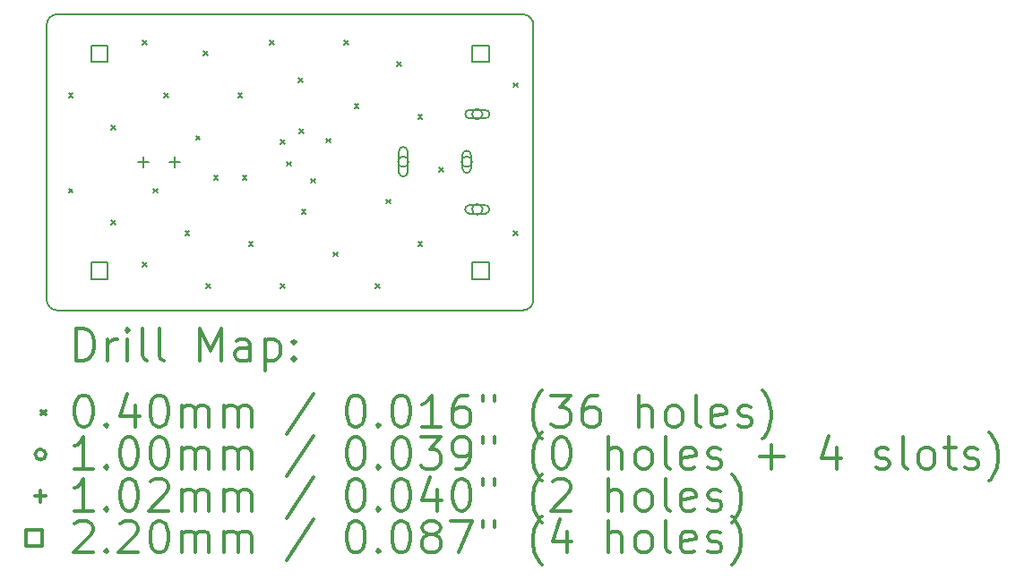
<source format=gbr>
%FSLAX45Y45*%
G04 Gerber Fmt 4.5, Leading zero omitted, Abs format (unit mm)*
G04 Created by KiCad (PCBNEW (5.1.6)-1) date 2022-05-27 14:19:13*
%MOMM*%
%LPD*%
G01*
G04 APERTURE LIST*
%TA.AperFunction,Profile*%
%ADD10C,0.150000*%
%TD*%
%ADD11C,0.200000*%
%ADD12C,0.300000*%
G04 APERTURE END LIST*
D10*
X12800000Y-7525000D02*
G75*
G02*
X12900000Y-7425000I100000J0D01*
G01*
X17300000Y-7425000D02*
G75*
G02*
X17400000Y-7525000I0J-100000D01*
G01*
X12900000Y-10225000D02*
G75*
G02*
X12800000Y-10125000I0J100000D01*
G01*
X17400000Y-10125000D02*
G75*
G02*
X17300000Y-10225000I-100000J0D01*
G01*
X17300000Y-7425000D02*
X12900000Y-7425000D01*
X17400000Y-10125000D02*
X17400000Y-7525000D01*
X12900000Y-10225000D02*
X17300000Y-10225000D01*
X12800000Y-7525000D02*
X12800000Y-10125000D01*
D11*
X13009167Y-8174250D02*
X13049167Y-8214250D01*
X13049167Y-8174250D02*
X13009167Y-8214250D01*
X13009167Y-9074250D02*
X13049167Y-9114250D01*
X13049167Y-9074250D02*
X13009167Y-9114250D01*
X13409167Y-8474250D02*
X13449167Y-8514250D01*
X13449167Y-8474250D02*
X13409167Y-8514250D01*
X13409167Y-9374250D02*
X13449167Y-9414250D01*
X13449167Y-9374250D02*
X13409167Y-9414250D01*
X13709167Y-7674250D02*
X13749167Y-7714250D01*
X13749167Y-7674250D02*
X13709167Y-7714250D01*
X13709167Y-9774250D02*
X13749167Y-9814250D01*
X13749167Y-9774250D02*
X13709167Y-9814250D01*
X13809167Y-9074250D02*
X13849167Y-9114250D01*
X13849167Y-9074250D02*
X13809167Y-9114250D01*
X13909167Y-8174250D02*
X13949167Y-8214250D01*
X13949167Y-8174250D02*
X13909167Y-8214250D01*
X14109167Y-9474250D02*
X14149167Y-9514250D01*
X14149167Y-9474250D02*
X14109167Y-9514250D01*
X14209167Y-8574250D02*
X14249167Y-8614250D01*
X14249167Y-8574250D02*
X14209167Y-8614250D01*
X14280000Y-7774250D02*
X14320000Y-7814250D01*
X14320000Y-7774250D02*
X14280000Y-7814250D01*
X14309167Y-9974250D02*
X14349167Y-10014250D01*
X14349167Y-9974250D02*
X14309167Y-10014250D01*
X14380000Y-8950000D02*
X14420000Y-8990000D01*
X14420000Y-8950000D02*
X14380000Y-8990000D01*
X14609167Y-8174250D02*
X14649167Y-8214250D01*
X14649167Y-8174250D02*
X14609167Y-8214250D01*
X14650000Y-8950000D02*
X14690000Y-8990000D01*
X14690000Y-8950000D02*
X14650000Y-8990000D01*
X14709167Y-9574250D02*
X14749167Y-9614250D01*
X14749167Y-9574250D02*
X14709167Y-9614250D01*
X14909167Y-7674250D02*
X14949167Y-7714250D01*
X14949167Y-7674250D02*
X14909167Y-7714250D01*
X15009167Y-9974250D02*
X15049167Y-10014250D01*
X15049167Y-9974250D02*
X15009167Y-10014250D01*
X15010000Y-8610000D02*
X15050000Y-8650000D01*
X15050000Y-8610000D02*
X15010000Y-8650000D01*
X15070000Y-8820000D02*
X15110000Y-8860000D01*
X15110000Y-8820000D02*
X15070000Y-8860000D01*
X15180000Y-8030000D02*
X15220000Y-8070000D01*
X15220000Y-8030000D02*
X15180000Y-8070000D01*
X15186500Y-8512500D02*
X15226500Y-8552500D01*
X15226500Y-8512500D02*
X15186500Y-8552500D01*
X15209167Y-9274250D02*
X15249167Y-9314250D01*
X15249167Y-9274250D02*
X15209167Y-9314250D01*
X15300000Y-8980000D02*
X15340000Y-9020000D01*
X15340000Y-8980000D02*
X15300000Y-9020000D01*
X15441000Y-8599000D02*
X15481000Y-8639000D01*
X15481000Y-8599000D02*
X15441000Y-8639000D01*
X15509167Y-9674250D02*
X15549167Y-9714250D01*
X15549167Y-9674250D02*
X15509167Y-9714250D01*
X15609167Y-7674250D02*
X15649167Y-7714250D01*
X15649167Y-7674250D02*
X15609167Y-7714250D01*
X15709167Y-8274250D02*
X15749167Y-8314250D01*
X15749167Y-8274250D02*
X15709167Y-8314250D01*
X15909167Y-9974250D02*
X15949167Y-10014250D01*
X15949167Y-9974250D02*
X15909167Y-10014250D01*
X16009167Y-9174250D02*
X16049167Y-9214250D01*
X16049167Y-9174250D02*
X16009167Y-9214250D01*
X16109167Y-7874250D02*
X16149167Y-7914250D01*
X16149167Y-7874250D02*
X16109167Y-7914250D01*
X16309167Y-8374250D02*
X16349167Y-8414250D01*
X16349167Y-8374250D02*
X16309167Y-8414250D01*
X16309167Y-9574250D02*
X16349167Y-9614250D01*
X16349167Y-9574250D02*
X16309167Y-9614250D01*
X16509167Y-8874250D02*
X16549167Y-8914250D01*
X16549167Y-8874250D02*
X16509167Y-8914250D01*
X17209167Y-8074250D02*
X17249167Y-8114250D01*
X17249167Y-8074250D02*
X17209167Y-8114250D01*
X17209167Y-9474250D02*
X17249167Y-9514250D01*
X17249167Y-9474250D02*
X17209167Y-9514250D01*
X16220000Y-8820000D02*
G75*
G03*
X16220000Y-8820000I-50000J0D01*
G01*
X16210000Y-8920000D02*
X16210000Y-8720000D01*
X16130000Y-8920000D02*
X16130000Y-8720000D01*
X16210000Y-8720000D02*
G75*
G03*
X16130000Y-8720000I-40000J0D01*
G01*
X16130000Y-8920000D02*
G75*
G03*
X16210000Y-8920000I40000J0D01*
G01*
X16820000Y-8820000D02*
G75*
G03*
X16820000Y-8820000I-50000J0D01*
G01*
X16810000Y-8885000D02*
X16810000Y-8755000D01*
X16730000Y-8885000D02*
X16730000Y-8755000D01*
X16810000Y-8755000D02*
G75*
G03*
X16730000Y-8755000I-40000J0D01*
G01*
X16730000Y-8885000D02*
G75*
G03*
X16810000Y-8885000I40000J0D01*
G01*
X16920000Y-8370000D02*
G75*
G03*
X16920000Y-8370000I-50000J0D01*
G01*
X16795000Y-8410000D02*
X16945000Y-8410000D01*
X16795000Y-8330000D02*
X16945000Y-8330000D01*
X16945000Y-8410000D02*
G75*
G03*
X16945000Y-8330000I0J40000D01*
G01*
X16795000Y-8330000D02*
G75*
G03*
X16795000Y-8410000I0J-40000D01*
G01*
X16920000Y-9270000D02*
G75*
G03*
X16920000Y-9270000I-50000J0D01*
G01*
X16795000Y-9310000D02*
X16945000Y-9310000D01*
X16795000Y-9230000D02*
X16945000Y-9230000D01*
X16945000Y-9310000D02*
G75*
G03*
X16945000Y-9230000I0J40000D01*
G01*
X16795000Y-9230000D02*
G75*
G03*
X16795000Y-9310000I0J-40000D01*
G01*
X13710000Y-8769000D02*
X13710000Y-8871000D01*
X13659000Y-8820000D02*
X13761000Y-8820000D01*
X14010000Y-8769000D02*
X14010000Y-8871000D01*
X13959000Y-8820000D02*
X14061000Y-8820000D01*
X16977783Y-7877782D02*
X16977783Y-7722217D01*
X16822218Y-7722217D01*
X16822218Y-7877782D01*
X16977783Y-7877782D01*
X16977783Y-9927783D02*
X16977783Y-9772218D01*
X16822218Y-9772218D01*
X16822218Y-9927783D01*
X16977783Y-9927783D01*
X13377782Y-7877782D02*
X13377782Y-7722217D01*
X13222217Y-7722217D01*
X13222217Y-7877782D01*
X13377782Y-7877782D01*
X13377782Y-9927783D02*
X13377782Y-9772218D01*
X13222217Y-9772218D01*
X13222217Y-9927783D01*
X13377782Y-9927783D01*
D12*
X13078928Y-10698214D02*
X13078928Y-10398214D01*
X13150357Y-10398214D01*
X13193214Y-10412500D01*
X13221786Y-10441072D01*
X13236071Y-10469643D01*
X13250357Y-10526786D01*
X13250357Y-10569643D01*
X13236071Y-10626786D01*
X13221786Y-10655357D01*
X13193214Y-10683929D01*
X13150357Y-10698214D01*
X13078928Y-10698214D01*
X13378928Y-10698214D02*
X13378928Y-10498214D01*
X13378928Y-10555357D02*
X13393214Y-10526786D01*
X13407500Y-10512500D01*
X13436071Y-10498214D01*
X13464643Y-10498214D01*
X13564643Y-10698214D02*
X13564643Y-10498214D01*
X13564643Y-10398214D02*
X13550357Y-10412500D01*
X13564643Y-10426786D01*
X13578928Y-10412500D01*
X13564643Y-10398214D01*
X13564643Y-10426786D01*
X13750357Y-10698214D02*
X13721786Y-10683929D01*
X13707500Y-10655357D01*
X13707500Y-10398214D01*
X13907500Y-10698214D02*
X13878928Y-10683929D01*
X13864643Y-10655357D01*
X13864643Y-10398214D01*
X14250357Y-10698214D02*
X14250357Y-10398214D01*
X14350357Y-10612500D01*
X14450357Y-10398214D01*
X14450357Y-10698214D01*
X14721786Y-10698214D02*
X14721786Y-10541072D01*
X14707500Y-10512500D01*
X14678928Y-10498214D01*
X14621786Y-10498214D01*
X14593214Y-10512500D01*
X14721786Y-10683929D02*
X14693214Y-10698214D01*
X14621786Y-10698214D01*
X14593214Y-10683929D01*
X14578928Y-10655357D01*
X14578928Y-10626786D01*
X14593214Y-10598214D01*
X14621786Y-10583929D01*
X14693214Y-10583929D01*
X14721786Y-10569643D01*
X14864643Y-10498214D02*
X14864643Y-10798214D01*
X14864643Y-10512500D02*
X14893214Y-10498214D01*
X14950357Y-10498214D01*
X14978928Y-10512500D01*
X14993214Y-10526786D01*
X15007500Y-10555357D01*
X15007500Y-10641072D01*
X14993214Y-10669643D01*
X14978928Y-10683929D01*
X14950357Y-10698214D01*
X14893214Y-10698214D01*
X14864643Y-10683929D01*
X15136071Y-10669643D02*
X15150357Y-10683929D01*
X15136071Y-10698214D01*
X15121786Y-10683929D01*
X15136071Y-10669643D01*
X15136071Y-10698214D01*
X15136071Y-10512500D02*
X15150357Y-10526786D01*
X15136071Y-10541072D01*
X15121786Y-10526786D01*
X15136071Y-10512500D01*
X15136071Y-10541072D01*
X12752500Y-11172500D02*
X12792500Y-11212500D01*
X12792500Y-11172500D02*
X12752500Y-11212500D01*
X13136071Y-11028214D02*
X13164643Y-11028214D01*
X13193214Y-11042500D01*
X13207500Y-11056786D01*
X13221786Y-11085357D01*
X13236071Y-11142500D01*
X13236071Y-11213929D01*
X13221786Y-11271071D01*
X13207500Y-11299643D01*
X13193214Y-11313929D01*
X13164643Y-11328214D01*
X13136071Y-11328214D01*
X13107500Y-11313929D01*
X13093214Y-11299643D01*
X13078928Y-11271071D01*
X13064643Y-11213929D01*
X13064643Y-11142500D01*
X13078928Y-11085357D01*
X13093214Y-11056786D01*
X13107500Y-11042500D01*
X13136071Y-11028214D01*
X13364643Y-11299643D02*
X13378928Y-11313929D01*
X13364643Y-11328214D01*
X13350357Y-11313929D01*
X13364643Y-11299643D01*
X13364643Y-11328214D01*
X13636071Y-11128214D02*
X13636071Y-11328214D01*
X13564643Y-11013929D02*
X13493214Y-11228214D01*
X13678928Y-11228214D01*
X13850357Y-11028214D02*
X13878928Y-11028214D01*
X13907500Y-11042500D01*
X13921786Y-11056786D01*
X13936071Y-11085357D01*
X13950357Y-11142500D01*
X13950357Y-11213929D01*
X13936071Y-11271071D01*
X13921786Y-11299643D01*
X13907500Y-11313929D01*
X13878928Y-11328214D01*
X13850357Y-11328214D01*
X13821786Y-11313929D01*
X13807500Y-11299643D01*
X13793214Y-11271071D01*
X13778928Y-11213929D01*
X13778928Y-11142500D01*
X13793214Y-11085357D01*
X13807500Y-11056786D01*
X13821786Y-11042500D01*
X13850357Y-11028214D01*
X14078928Y-11328214D02*
X14078928Y-11128214D01*
X14078928Y-11156786D02*
X14093214Y-11142500D01*
X14121786Y-11128214D01*
X14164643Y-11128214D01*
X14193214Y-11142500D01*
X14207500Y-11171072D01*
X14207500Y-11328214D01*
X14207500Y-11171072D02*
X14221786Y-11142500D01*
X14250357Y-11128214D01*
X14293214Y-11128214D01*
X14321786Y-11142500D01*
X14336071Y-11171072D01*
X14336071Y-11328214D01*
X14478928Y-11328214D02*
X14478928Y-11128214D01*
X14478928Y-11156786D02*
X14493214Y-11142500D01*
X14521786Y-11128214D01*
X14564643Y-11128214D01*
X14593214Y-11142500D01*
X14607500Y-11171072D01*
X14607500Y-11328214D01*
X14607500Y-11171072D02*
X14621786Y-11142500D01*
X14650357Y-11128214D01*
X14693214Y-11128214D01*
X14721786Y-11142500D01*
X14736071Y-11171072D01*
X14736071Y-11328214D01*
X15321786Y-11013929D02*
X15064643Y-11399643D01*
X15707500Y-11028214D02*
X15736071Y-11028214D01*
X15764643Y-11042500D01*
X15778928Y-11056786D01*
X15793214Y-11085357D01*
X15807500Y-11142500D01*
X15807500Y-11213929D01*
X15793214Y-11271071D01*
X15778928Y-11299643D01*
X15764643Y-11313929D01*
X15736071Y-11328214D01*
X15707500Y-11328214D01*
X15678928Y-11313929D01*
X15664643Y-11299643D01*
X15650357Y-11271071D01*
X15636071Y-11213929D01*
X15636071Y-11142500D01*
X15650357Y-11085357D01*
X15664643Y-11056786D01*
X15678928Y-11042500D01*
X15707500Y-11028214D01*
X15936071Y-11299643D02*
X15950357Y-11313929D01*
X15936071Y-11328214D01*
X15921786Y-11313929D01*
X15936071Y-11299643D01*
X15936071Y-11328214D01*
X16136071Y-11028214D02*
X16164643Y-11028214D01*
X16193214Y-11042500D01*
X16207500Y-11056786D01*
X16221786Y-11085357D01*
X16236071Y-11142500D01*
X16236071Y-11213929D01*
X16221786Y-11271071D01*
X16207500Y-11299643D01*
X16193214Y-11313929D01*
X16164643Y-11328214D01*
X16136071Y-11328214D01*
X16107500Y-11313929D01*
X16093214Y-11299643D01*
X16078928Y-11271071D01*
X16064643Y-11213929D01*
X16064643Y-11142500D01*
X16078928Y-11085357D01*
X16093214Y-11056786D01*
X16107500Y-11042500D01*
X16136071Y-11028214D01*
X16521786Y-11328214D02*
X16350357Y-11328214D01*
X16436071Y-11328214D02*
X16436071Y-11028214D01*
X16407500Y-11071072D01*
X16378928Y-11099643D01*
X16350357Y-11113929D01*
X16778928Y-11028214D02*
X16721786Y-11028214D01*
X16693214Y-11042500D01*
X16678928Y-11056786D01*
X16650357Y-11099643D01*
X16636071Y-11156786D01*
X16636071Y-11271071D01*
X16650357Y-11299643D01*
X16664643Y-11313929D01*
X16693214Y-11328214D01*
X16750357Y-11328214D01*
X16778928Y-11313929D01*
X16793214Y-11299643D01*
X16807500Y-11271071D01*
X16807500Y-11199643D01*
X16793214Y-11171072D01*
X16778928Y-11156786D01*
X16750357Y-11142500D01*
X16693214Y-11142500D01*
X16664643Y-11156786D01*
X16650357Y-11171072D01*
X16636071Y-11199643D01*
X16921786Y-11028214D02*
X16921786Y-11085357D01*
X17036071Y-11028214D02*
X17036071Y-11085357D01*
X17478928Y-11442500D02*
X17464643Y-11428214D01*
X17436071Y-11385357D01*
X17421786Y-11356786D01*
X17407500Y-11313929D01*
X17393214Y-11242500D01*
X17393214Y-11185357D01*
X17407500Y-11113929D01*
X17421786Y-11071072D01*
X17436071Y-11042500D01*
X17464643Y-10999643D01*
X17478928Y-10985357D01*
X17564643Y-11028214D02*
X17750357Y-11028214D01*
X17650357Y-11142500D01*
X17693214Y-11142500D01*
X17721786Y-11156786D01*
X17736071Y-11171072D01*
X17750357Y-11199643D01*
X17750357Y-11271071D01*
X17736071Y-11299643D01*
X17721786Y-11313929D01*
X17693214Y-11328214D01*
X17607500Y-11328214D01*
X17578928Y-11313929D01*
X17564643Y-11299643D01*
X18007500Y-11028214D02*
X17950357Y-11028214D01*
X17921786Y-11042500D01*
X17907500Y-11056786D01*
X17878928Y-11099643D01*
X17864643Y-11156786D01*
X17864643Y-11271071D01*
X17878928Y-11299643D01*
X17893214Y-11313929D01*
X17921786Y-11328214D01*
X17978928Y-11328214D01*
X18007500Y-11313929D01*
X18021786Y-11299643D01*
X18036071Y-11271071D01*
X18036071Y-11199643D01*
X18021786Y-11171072D01*
X18007500Y-11156786D01*
X17978928Y-11142500D01*
X17921786Y-11142500D01*
X17893214Y-11156786D01*
X17878928Y-11171072D01*
X17864643Y-11199643D01*
X18393214Y-11328214D02*
X18393214Y-11028214D01*
X18521786Y-11328214D02*
X18521786Y-11171072D01*
X18507500Y-11142500D01*
X18478928Y-11128214D01*
X18436071Y-11128214D01*
X18407500Y-11142500D01*
X18393214Y-11156786D01*
X18707500Y-11328214D02*
X18678928Y-11313929D01*
X18664643Y-11299643D01*
X18650357Y-11271071D01*
X18650357Y-11185357D01*
X18664643Y-11156786D01*
X18678928Y-11142500D01*
X18707500Y-11128214D01*
X18750357Y-11128214D01*
X18778928Y-11142500D01*
X18793214Y-11156786D01*
X18807500Y-11185357D01*
X18807500Y-11271071D01*
X18793214Y-11299643D01*
X18778928Y-11313929D01*
X18750357Y-11328214D01*
X18707500Y-11328214D01*
X18978928Y-11328214D02*
X18950357Y-11313929D01*
X18936071Y-11285357D01*
X18936071Y-11028214D01*
X19207500Y-11313929D02*
X19178928Y-11328214D01*
X19121786Y-11328214D01*
X19093214Y-11313929D01*
X19078928Y-11285357D01*
X19078928Y-11171072D01*
X19093214Y-11142500D01*
X19121786Y-11128214D01*
X19178928Y-11128214D01*
X19207500Y-11142500D01*
X19221786Y-11171072D01*
X19221786Y-11199643D01*
X19078928Y-11228214D01*
X19336071Y-11313929D02*
X19364643Y-11328214D01*
X19421786Y-11328214D01*
X19450357Y-11313929D01*
X19464643Y-11285357D01*
X19464643Y-11271071D01*
X19450357Y-11242500D01*
X19421786Y-11228214D01*
X19378928Y-11228214D01*
X19350357Y-11213929D01*
X19336071Y-11185357D01*
X19336071Y-11171072D01*
X19350357Y-11142500D01*
X19378928Y-11128214D01*
X19421786Y-11128214D01*
X19450357Y-11142500D01*
X19564643Y-11442500D02*
X19578928Y-11428214D01*
X19607500Y-11385357D01*
X19621786Y-11356786D01*
X19636071Y-11313929D01*
X19650357Y-11242500D01*
X19650357Y-11185357D01*
X19636071Y-11113929D01*
X19621786Y-11071072D01*
X19607500Y-11042500D01*
X19578928Y-10999643D01*
X19564643Y-10985357D01*
X12792500Y-11588500D02*
G75*
G03*
X12792500Y-11588500I-50000J0D01*
G01*
X13236071Y-11724214D02*
X13064643Y-11724214D01*
X13150357Y-11724214D02*
X13150357Y-11424214D01*
X13121786Y-11467071D01*
X13093214Y-11495643D01*
X13064643Y-11509929D01*
X13364643Y-11695643D02*
X13378928Y-11709929D01*
X13364643Y-11724214D01*
X13350357Y-11709929D01*
X13364643Y-11695643D01*
X13364643Y-11724214D01*
X13564643Y-11424214D02*
X13593214Y-11424214D01*
X13621786Y-11438500D01*
X13636071Y-11452786D01*
X13650357Y-11481357D01*
X13664643Y-11538500D01*
X13664643Y-11609929D01*
X13650357Y-11667071D01*
X13636071Y-11695643D01*
X13621786Y-11709929D01*
X13593214Y-11724214D01*
X13564643Y-11724214D01*
X13536071Y-11709929D01*
X13521786Y-11695643D01*
X13507500Y-11667071D01*
X13493214Y-11609929D01*
X13493214Y-11538500D01*
X13507500Y-11481357D01*
X13521786Y-11452786D01*
X13536071Y-11438500D01*
X13564643Y-11424214D01*
X13850357Y-11424214D02*
X13878928Y-11424214D01*
X13907500Y-11438500D01*
X13921786Y-11452786D01*
X13936071Y-11481357D01*
X13950357Y-11538500D01*
X13950357Y-11609929D01*
X13936071Y-11667071D01*
X13921786Y-11695643D01*
X13907500Y-11709929D01*
X13878928Y-11724214D01*
X13850357Y-11724214D01*
X13821786Y-11709929D01*
X13807500Y-11695643D01*
X13793214Y-11667071D01*
X13778928Y-11609929D01*
X13778928Y-11538500D01*
X13793214Y-11481357D01*
X13807500Y-11452786D01*
X13821786Y-11438500D01*
X13850357Y-11424214D01*
X14078928Y-11724214D02*
X14078928Y-11524214D01*
X14078928Y-11552786D02*
X14093214Y-11538500D01*
X14121786Y-11524214D01*
X14164643Y-11524214D01*
X14193214Y-11538500D01*
X14207500Y-11567071D01*
X14207500Y-11724214D01*
X14207500Y-11567071D02*
X14221786Y-11538500D01*
X14250357Y-11524214D01*
X14293214Y-11524214D01*
X14321786Y-11538500D01*
X14336071Y-11567071D01*
X14336071Y-11724214D01*
X14478928Y-11724214D02*
X14478928Y-11524214D01*
X14478928Y-11552786D02*
X14493214Y-11538500D01*
X14521786Y-11524214D01*
X14564643Y-11524214D01*
X14593214Y-11538500D01*
X14607500Y-11567071D01*
X14607500Y-11724214D01*
X14607500Y-11567071D02*
X14621786Y-11538500D01*
X14650357Y-11524214D01*
X14693214Y-11524214D01*
X14721786Y-11538500D01*
X14736071Y-11567071D01*
X14736071Y-11724214D01*
X15321786Y-11409929D02*
X15064643Y-11795643D01*
X15707500Y-11424214D02*
X15736071Y-11424214D01*
X15764643Y-11438500D01*
X15778928Y-11452786D01*
X15793214Y-11481357D01*
X15807500Y-11538500D01*
X15807500Y-11609929D01*
X15793214Y-11667071D01*
X15778928Y-11695643D01*
X15764643Y-11709929D01*
X15736071Y-11724214D01*
X15707500Y-11724214D01*
X15678928Y-11709929D01*
X15664643Y-11695643D01*
X15650357Y-11667071D01*
X15636071Y-11609929D01*
X15636071Y-11538500D01*
X15650357Y-11481357D01*
X15664643Y-11452786D01*
X15678928Y-11438500D01*
X15707500Y-11424214D01*
X15936071Y-11695643D02*
X15950357Y-11709929D01*
X15936071Y-11724214D01*
X15921786Y-11709929D01*
X15936071Y-11695643D01*
X15936071Y-11724214D01*
X16136071Y-11424214D02*
X16164643Y-11424214D01*
X16193214Y-11438500D01*
X16207500Y-11452786D01*
X16221786Y-11481357D01*
X16236071Y-11538500D01*
X16236071Y-11609929D01*
X16221786Y-11667071D01*
X16207500Y-11695643D01*
X16193214Y-11709929D01*
X16164643Y-11724214D01*
X16136071Y-11724214D01*
X16107500Y-11709929D01*
X16093214Y-11695643D01*
X16078928Y-11667071D01*
X16064643Y-11609929D01*
X16064643Y-11538500D01*
X16078928Y-11481357D01*
X16093214Y-11452786D01*
X16107500Y-11438500D01*
X16136071Y-11424214D01*
X16336071Y-11424214D02*
X16521786Y-11424214D01*
X16421786Y-11538500D01*
X16464643Y-11538500D01*
X16493214Y-11552786D01*
X16507500Y-11567071D01*
X16521786Y-11595643D01*
X16521786Y-11667071D01*
X16507500Y-11695643D01*
X16493214Y-11709929D01*
X16464643Y-11724214D01*
X16378928Y-11724214D01*
X16350357Y-11709929D01*
X16336071Y-11695643D01*
X16664643Y-11724214D02*
X16721786Y-11724214D01*
X16750357Y-11709929D01*
X16764643Y-11695643D01*
X16793214Y-11652786D01*
X16807500Y-11595643D01*
X16807500Y-11481357D01*
X16793214Y-11452786D01*
X16778928Y-11438500D01*
X16750357Y-11424214D01*
X16693214Y-11424214D01*
X16664643Y-11438500D01*
X16650357Y-11452786D01*
X16636071Y-11481357D01*
X16636071Y-11552786D01*
X16650357Y-11581357D01*
X16664643Y-11595643D01*
X16693214Y-11609929D01*
X16750357Y-11609929D01*
X16778928Y-11595643D01*
X16793214Y-11581357D01*
X16807500Y-11552786D01*
X16921786Y-11424214D02*
X16921786Y-11481357D01*
X17036071Y-11424214D02*
X17036071Y-11481357D01*
X17478928Y-11838500D02*
X17464643Y-11824214D01*
X17436071Y-11781357D01*
X17421786Y-11752786D01*
X17407500Y-11709929D01*
X17393214Y-11638500D01*
X17393214Y-11581357D01*
X17407500Y-11509929D01*
X17421786Y-11467071D01*
X17436071Y-11438500D01*
X17464643Y-11395643D01*
X17478928Y-11381357D01*
X17650357Y-11424214D02*
X17678928Y-11424214D01*
X17707500Y-11438500D01*
X17721786Y-11452786D01*
X17736071Y-11481357D01*
X17750357Y-11538500D01*
X17750357Y-11609929D01*
X17736071Y-11667071D01*
X17721786Y-11695643D01*
X17707500Y-11709929D01*
X17678928Y-11724214D01*
X17650357Y-11724214D01*
X17621786Y-11709929D01*
X17607500Y-11695643D01*
X17593214Y-11667071D01*
X17578928Y-11609929D01*
X17578928Y-11538500D01*
X17593214Y-11481357D01*
X17607500Y-11452786D01*
X17621786Y-11438500D01*
X17650357Y-11424214D01*
X18107500Y-11724214D02*
X18107500Y-11424214D01*
X18236071Y-11724214D02*
X18236071Y-11567071D01*
X18221786Y-11538500D01*
X18193214Y-11524214D01*
X18150357Y-11524214D01*
X18121786Y-11538500D01*
X18107500Y-11552786D01*
X18421786Y-11724214D02*
X18393214Y-11709929D01*
X18378928Y-11695643D01*
X18364643Y-11667071D01*
X18364643Y-11581357D01*
X18378928Y-11552786D01*
X18393214Y-11538500D01*
X18421786Y-11524214D01*
X18464643Y-11524214D01*
X18493214Y-11538500D01*
X18507500Y-11552786D01*
X18521786Y-11581357D01*
X18521786Y-11667071D01*
X18507500Y-11695643D01*
X18493214Y-11709929D01*
X18464643Y-11724214D01*
X18421786Y-11724214D01*
X18693214Y-11724214D02*
X18664643Y-11709929D01*
X18650357Y-11681357D01*
X18650357Y-11424214D01*
X18921786Y-11709929D02*
X18893214Y-11724214D01*
X18836071Y-11724214D01*
X18807500Y-11709929D01*
X18793214Y-11681357D01*
X18793214Y-11567071D01*
X18807500Y-11538500D01*
X18836071Y-11524214D01*
X18893214Y-11524214D01*
X18921786Y-11538500D01*
X18936071Y-11567071D01*
X18936071Y-11595643D01*
X18793214Y-11624214D01*
X19050357Y-11709929D02*
X19078928Y-11724214D01*
X19136071Y-11724214D01*
X19164643Y-11709929D01*
X19178928Y-11681357D01*
X19178928Y-11667071D01*
X19164643Y-11638500D01*
X19136071Y-11624214D01*
X19093214Y-11624214D01*
X19064643Y-11609929D01*
X19050357Y-11581357D01*
X19050357Y-11567071D01*
X19064643Y-11538500D01*
X19093214Y-11524214D01*
X19136071Y-11524214D01*
X19164643Y-11538500D01*
X19536071Y-11609929D02*
X19764643Y-11609929D01*
X19650357Y-11724214D02*
X19650357Y-11495643D01*
X20264643Y-11524214D02*
X20264643Y-11724214D01*
X20193214Y-11409929D02*
X20121786Y-11624214D01*
X20307500Y-11624214D01*
X20636071Y-11709929D02*
X20664643Y-11724214D01*
X20721786Y-11724214D01*
X20750357Y-11709929D01*
X20764643Y-11681357D01*
X20764643Y-11667071D01*
X20750357Y-11638500D01*
X20721786Y-11624214D01*
X20678928Y-11624214D01*
X20650357Y-11609929D01*
X20636071Y-11581357D01*
X20636071Y-11567071D01*
X20650357Y-11538500D01*
X20678928Y-11524214D01*
X20721786Y-11524214D01*
X20750357Y-11538500D01*
X20936071Y-11724214D02*
X20907500Y-11709929D01*
X20893214Y-11681357D01*
X20893214Y-11424214D01*
X21093214Y-11724214D02*
X21064643Y-11709929D01*
X21050357Y-11695643D01*
X21036071Y-11667071D01*
X21036071Y-11581357D01*
X21050357Y-11552786D01*
X21064643Y-11538500D01*
X21093214Y-11524214D01*
X21136071Y-11524214D01*
X21164643Y-11538500D01*
X21178928Y-11552786D01*
X21193214Y-11581357D01*
X21193214Y-11667071D01*
X21178928Y-11695643D01*
X21164643Y-11709929D01*
X21136071Y-11724214D01*
X21093214Y-11724214D01*
X21278928Y-11524214D02*
X21393214Y-11524214D01*
X21321786Y-11424214D02*
X21321786Y-11681357D01*
X21336071Y-11709929D01*
X21364643Y-11724214D01*
X21393214Y-11724214D01*
X21478928Y-11709929D02*
X21507500Y-11724214D01*
X21564643Y-11724214D01*
X21593214Y-11709929D01*
X21607500Y-11681357D01*
X21607500Y-11667071D01*
X21593214Y-11638500D01*
X21564643Y-11624214D01*
X21521786Y-11624214D01*
X21493214Y-11609929D01*
X21478928Y-11581357D01*
X21478928Y-11567071D01*
X21493214Y-11538500D01*
X21521786Y-11524214D01*
X21564643Y-11524214D01*
X21593214Y-11538500D01*
X21707500Y-11838500D02*
X21721786Y-11824214D01*
X21750357Y-11781357D01*
X21764643Y-11752786D01*
X21778928Y-11709929D01*
X21793214Y-11638500D01*
X21793214Y-11581357D01*
X21778928Y-11509929D01*
X21764643Y-11467071D01*
X21750357Y-11438500D01*
X21721786Y-11395643D01*
X21707500Y-11381357D01*
X12741500Y-11933500D02*
X12741500Y-12035500D01*
X12690500Y-11984500D02*
X12792500Y-11984500D01*
X13236071Y-12120214D02*
X13064643Y-12120214D01*
X13150357Y-12120214D02*
X13150357Y-11820214D01*
X13121786Y-11863071D01*
X13093214Y-11891643D01*
X13064643Y-11905929D01*
X13364643Y-12091643D02*
X13378928Y-12105929D01*
X13364643Y-12120214D01*
X13350357Y-12105929D01*
X13364643Y-12091643D01*
X13364643Y-12120214D01*
X13564643Y-11820214D02*
X13593214Y-11820214D01*
X13621786Y-11834500D01*
X13636071Y-11848786D01*
X13650357Y-11877357D01*
X13664643Y-11934500D01*
X13664643Y-12005929D01*
X13650357Y-12063071D01*
X13636071Y-12091643D01*
X13621786Y-12105929D01*
X13593214Y-12120214D01*
X13564643Y-12120214D01*
X13536071Y-12105929D01*
X13521786Y-12091643D01*
X13507500Y-12063071D01*
X13493214Y-12005929D01*
X13493214Y-11934500D01*
X13507500Y-11877357D01*
X13521786Y-11848786D01*
X13536071Y-11834500D01*
X13564643Y-11820214D01*
X13778928Y-11848786D02*
X13793214Y-11834500D01*
X13821786Y-11820214D01*
X13893214Y-11820214D01*
X13921786Y-11834500D01*
X13936071Y-11848786D01*
X13950357Y-11877357D01*
X13950357Y-11905929D01*
X13936071Y-11948786D01*
X13764643Y-12120214D01*
X13950357Y-12120214D01*
X14078928Y-12120214D02*
X14078928Y-11920214D01*
X14078928Y-11948786D02*
X14093214Y-11934500D01*
X14121786Y-11920214D01*
X14164643Y-11920214D01*
X14193214Y-11934500D01*
X14207500Y-11963071D01*
X14207500Y-12120214D01*
X14207500Y-11963071D02*
X14221786Y-11934500D01*
X14250357Y-11920214D01*
X14293214Y-11920214D01*
X14321786Y-11934500D01*
X14336071Y-11963071D01*
X14336071Y-12120214D01*
X14478928Y-12120214D02*
X14478928Y-11920214D01*
X14478928Y-11948786D02*
X14493214Y-11934500D01*
X14521786Y-11920214D01*
X14564643Y-11920214D01*
X14593214Y-11934500D01*
X14607500Y-11963071D01*
X14607500Y-12120214D01*
X14607500Y-11963071D02*
X14621786Y-11934500D01*
X14650357Y-11920214D01*
X14693214Y-11920214D01*
X14721786Y-11934500D01*
X14736071Y-11963071D01*
X14736071Y-12120214D01*
X15321786Y-11805929D02*
X15064643Y-12191643D01*
X15707500Y-11820214D02*
X15736071Y-11820214D01*
X15764643Y-11834500D01*
X15778928Y-11848786D01*
X15793214Y-11877357D01*
X15807500Y-11934500D01*
X15807500Y-12005929D01*
X15793214Y-12063071D01*
X15778928Y-12091643D01*
X15764643Y-12105929D01*
X15736071Y-12120214D01*
X15707500Y-12120214D01*
X15678928Y-12105929D01*
X15664643Y-12091643D01*
X15650357Y-12063071D01*
X15636071Y-12005929D01*
X15636071Y-11934500D01*
X15650357Y-11877357D01*
X15664643Y-11848786D01*
X15678928Y-11834500D01*
X15707500Y-11820214D01*
X15936071Y-12091643D02*
X15950357Y-12105929D01*
X15936071Y-12120214D01*
X15921786Y-12105929D01*
X15936071Y-12091643D01*
X15936071Y-12120214D01*
X16136071Y-11820214D02*
X16164643Y-11820214D01*
X16193214Y-11834500D01*
X16207500Y-11848786D01*
X16221786Y-11877357D01*
X16236071Y-11934500D01*
X16236071Y-12005929D01*
X16221786Y-12063071D01*
X16207500Y-12091643D01*
X16193214Y-12105929D01*
X16164643Y-12120214D01*
X16136071Y-12120214D01*
X16107500Y-12105929D01*
X16093214Y-12091643D01*
X16078928Y-12063071D01*
X16064643Y-12005929D01*
X16064643Y-11934500D01*
X16078928Y-11877357D01*
X16093214Y-11848786D01*
X16107500Y-11834500D01*
X16136071Y-11820214D01*
X16493214Y-11920214D02*
X16493214Y-12120214D01*
X16421786Y-11805929D02*
X16350357Y-12020214D01*
X16536071Y-12020214D01*
X16707500Y-11820214D02*
X16736071Y-11820214D01*
X16764643Y-11834500D01*
X16778928Y-11848786D01*
X16793214Y-11877357D01*
X16807500Y-11934500D01*
X16807500Y-12005929D01*
X16793214Y-12063071D01*
X16778928Y-12091643D01*
X16764643Y-12105929D01*
X16736071Y-12120214D01*
X16707500Y-12120214D01*
X16678928Y-12105929D01*
X16664643Y-12091643D01*
X16650357Y-12063071D01*
X16636071Y-12005929D01*
X16636071Y-11934500D01*
X16650357Y-11877357D01*
X16664643Y-11848786D01*
X16678928Y-11834500D01*
X16707500Y-11820214D01*
X16921786Y-11820214D02*
X16921786Y-11877357D01*
X17036071Y-11820214D02*
X17036071Y-11877357D01*
X17478928Y-12234500D02*
X17464643Y-12220214D01*
X17436071Y-12177357D01*
X17421786Y-12148786D01*
X17407500Y-12105929D01*
X17393214Y-12034500D01*
X17393214Y-11977357D01*
X17407500Y-11905929D01*
X17421786Y-11863071D01*
X17436071Y-11834500D01*
X17464643Y-11791643D01*
X17478928Y-11777357D01*
X17578928Y-11848786D02*
X17593214Y-11834500D01*
X17621786Y-11820214D01*
X17693214Y-11820214D01*
X17721786Y-11834500D01*
X17736071Y-11848786D01*
X17750357Y-11877357D01*
X17750357Y-11905929D01*
X17736071Y-11948786D01*
X17564643Y-12120214D01*
X17750357Y-12120214D01*
X18107500Y-12120214D02*
X18107500Y-11820214D01*
X18236071Y-12120214D02*
X18236071Y-11963071D01*
X18221786Y-11934500D01*
X18193214Y-11920214D01*
X18150357Y-11920214D01*
X18121786Y-11934500D01*
X18107500Y-11948786D01*
X18421786Y-12120214D02*
X18393214Y-12105929D01*
X18378928Y-12091643D01*
X18364643Y-12063071D01*
X18364643Y-11977357D01*
X18378928Y-11948786D01*
X18393214Y-11934500D01*
X18421786Y-11920214D01*
X18464643Y-11920214D01*
X18493214Y-11934500D01*
X18507500Y-11948786D01*
X18521786Y-11977357D01*
X18521786Y-12063071D01*
X18507500Y-12091643D01*
X18493214Y-12105929D01*
X18464643Y-12120214D01*
X18421786Y-12120214D01*
X18693214Y-12120214D02*
X18664643Y-12105929D01*
X18650357Y-12077357D01*
X18650357Y-11820214D01*
X18921786Y-12105929D02*
X18893214Y-12120214D01*
X18836071Y-12120214D01*
X18807500Y-12105929D01*
X18793214Y-12077357D01*
X18793214Y-11963071D01*
X18807500Y-11934500D01*
X18836071Y-11920214D01*
X18893214Y-11920214D01*
X18921786Y-11934500D01*
X18936071Y-11963071D01*
X18936071Y-11991643D01*
X18793214Y-12020214D01*
X19050357Y-12105929D02*
X19078928Y-12120214D01*
X19136071Y-12120214D01*
X19164643Y-12105929D01*
X19178928Y-12077357D01*
X19178928Y-12063071D01*
X19164643Y-12034500D01*
X19136071Y-12020214D01*
X19093214Y-12020214D01*
X19064643Y-12005929D01*
X19050357Y-11977357D01*
X19050357Y-11963071D01*
X19064643Y-11934500D01*
X19093214Y-11920214D01*
X19136071Y-11920214D01*
X19164643Y-11934500D01*
X19278928Y-12234500D02*
X19293214Y-12220214D01*
X19321786Y-12177357D01*
X19336071Y-12148786D01*
X19350357Y-12105929D01*
X19364643Y-12034500D01*
X19364643Y-11977357D01*
X19350357Y-11905929D01*
X19336071Y-11863071D01*
X19321786Y-11834500D01*
X19293214Y-11791643D01*
X19278928Y-11777357D01*
X12760282Y-12458283D02*
X12760282Y-12302718D01*
X12604717Y-12302718D01*
X12604717Y-12458283D01*
X12760282Y-12458283D01*
X13064643Y-12244786D02*
X13078928Y-12230500D01*
X13107500Y-12216214D01*
X13178928Y-12216214D01*
X13207500Y-12230500D01*
X13221786Y-12244786D01*
X13236071Y-12273357D01*
X13236071Y-12301929D01*
X13221786Y-12344786D01*
X13050357Y-12516214D01*
X13236071Y-12516214D01*
X13364643Y-12487643D02*
X13378928Y-12501929D01*
X13364643Y-12516214D01*
X13350357Y-12501929D01*
X13364643Y-12487643D01*
X13364643Y-12516214D01*
X13493214Y-12244786D02*
X13507500Y-12230500D01*
X13536071Y-12216214D01*
X13607500Y-12216214D01*
X13636071Y-12230500D01*
X13650357Y-12244786D01*
X13664643Y-12273357D01*
X13664643Y-12301929D01*
X13650357Y-12344786D01*
X13478928Y-12516214D01*
X13664643Y-12516214D01*
X13850357Y-12216214D02*
X13878928Y-12216214D01*
X13907500Y-12230500D01*
X13921786Y-12244786D01*
X13936071Y-12273357D01*
X13950357Y-12330500D01*
X13950357Y-12401929D01*
X13936071Y-12459071D01*
X13921786Y-12487643D01*
X13907500Y-12501929D01*
X13878928Y-12516214D01*
X13850357Y-12516214D01*
X13821786Y-12501929D01*
X13807500Y-12487643D01*
X13793214Y-12459071D01*
X13778928Y-12401929D01*
X13778928Y-12330500D01*
X13793214Y-12273357D01*
X13807500Y-12244786D01*
X13821786Y-12230500D01*
X13850357Y-12216214D01*
X14078928Y-12516214D02*
X14078928Y-12316214D01*
X14078928Y-12344786D02*
X14093214Y-12330500D01*
X14121786Y-12316214D01*
X14164643Y-12316214D01*
X14193214Y-12330500D01*
X14207500Y-12359071D01*
X14207500Y-12516214D01*
X14207500Y-12359071D02*
X14221786Y-12330500D01*
X14250357Y-12316214D01*
X14293214Y-12316214D01*
X14321786Y-12330500D01*
X14336071Y-12359071D01*
X14336071Y-12516214D01*
X14478928Y-12516214D02*
X14478928Y-12316214D01*
X14478928Y-12344786D02*
X14493214Y-12330500D01*
X14521786Y-12316214D01*
X14564643Y-12316214D01*
X14593214Y-12330500D01*
X14607500Y-12359071D01*
X14607500Y-12516214D01*
X14607500Y-12359071D02*
X14621786Y-12330500D01*
X14650357Y-12316214D01*
X14693214Y-12316214D01*
X14721786Y-12330500D01*
X14736071Y-12359071D01*
X14736071Y-12516214D01*
X15321786Y-12201929D02*
X15064643Y-12587643D01*
X15707500Y-12216214D02*
X15736071Y-12216214D01*
X15764643Y-12230500D01*
X15778928Y-12244786D01*
X15793214Y-12273357D01*
X15807500Y-12330500D01*
X15807500Y-12401929D01*
X15793214Y-12459071D01*
X15778928Y-12487643D01*
X15764643Y-12501929D01*
X15736071Y-12516214D01*
X15707500Y-12516214D01*
X15678928Y-12501929D01*
X15664643Y-12487643D01*
X15650357Y-12459071D01*
X15636071Y-12401929D01*
X15636071Y-12330500D01*
X15650357Y-12273357D01*
X15664643Y-12244786D01*
X15678928Y-12230500D01*
X15707500Y-12216214D01*
X15936071Y-12487643D02*
X15950357Y-12501929D01*
X15936071Y-12516214D01*
X15921786Y-12501929D01*
X15936071Y-12487643D01*
X15936071Y-12516214D01*
X16136071Y-12216214D02*
X16164643Y-12216214D01*
X16193214Y-12230500D01*
X16207500Y-12244786D01*
X16221786Y-12273357D01*
X16236071Y-12330500D01*
X16236071Y-12401929D01*
X16221786Y-12459071D01*
X16207500Y-12487643D01*
X16193214Y-12501929D01*
X16164643Y-12516214D01*
X16136071Y-12516214D01*
X16107500Y-12501929D01*
X16093214Y-12487643D01*
X16078928Y-12459071D01*
X16064643Y-12401929D01*
X16064643Y-12330500D01*
X16078928Y-12273357D01*
X16093214Y-12244786D01*
X16107500Y-12230500D01*
X16136071Y-12216214D01*
X16407500Y-12344786D02*
X16378928Y-12330500D01*
X16364643Y-12316214D01*
X16350357Y-12287643D01*
X16350357Y-12273357D01*
X16364643Y-12244786D01*
X16378928Y-12230500D01*
X16407500Y-12216214D01*
X16464643Y-12216214D01*
X16493214Y-12230500D01*
X16507500Y-12244786D01*
X16521786Y-12273357D01*
X16521786Y-12287643D01*
X16507500Y-12316214D01*
X16493214Y-12330500D01*
X16464643Y-12344786D01*
X16407500Y-12344786D01*
X16378928Y-12359071D01*
X16364643Y-12373357D01*
X16350357Y-12401929D01*
X16350357Y-12459071D01*
X16364643Y-12487643D01*
X16378928Y-12501929D01*
X16407500Y-12516214D01*
X16464643Y-12516214D01*
X16493214Y-12501929D01*
X16507500Y-12487643D01*
X16521786Y-12459071D01*
X16521786Y-12401929D01*
X16507500Y-12373357D01*
X16493214Y-12359071D01*
X16464643Y-12344786D01*
X16621786Y-12216214D02*
X16821786Y-12216214D01*
X16693214Y-12516214D01*
X16921786Y-12216214D02*
X16921786Y-12273357D01*
X17036071Y-12216214D02*
X17036071Y-12273357D01*
X17478928Y-12630500D02*
X17464643Y-12616214D01*
X17436071Y-12573357D01*
X17421786Y-12544786D01*
X17407500Y-12501929D01*
X17393214Y-12430500D01*
X17393214Y-12373357D01*
X17407500Y-12301929D01*
X17421786Y-12259071D01*
X17436071Y-12230500D01*
X17464643Y-12187643D01*
X17478928Y-12173357D01*
X17721786Y-12316214D02*
X17721786Y-12516214D01*
X17650357Y-12201929D02*
X17578928Y-12416214D01*
X17764643Y-12416214D01*
X18107500Y-12516214D02*
X18107500Y-12216214D01*
X18236071Y-12516214D02*
X18236071Y-12359071D01*
X18221786Y-12330500D01*
X18193214Y-12316214D01*
X18150357Y-12316214D01*
X18121786Y-12330500D01*
X18107500Y-12344786D01*
X18421786Y-12516214D02*
X18393214Y-12501929D01*
X18378928Y-12487643D01*
X18364643Y-12459071D01*
X18364643Y-12373357D01*
X18378928Y-12344786D01*
X18393214Y-12330500D01*
X18421786Y-12316214D01*
X18464643Y-12316214D01*
X18493214Y-12330500D01*
X18507500Y-12344786D01*
X18521786Y-12373357D01*
X18521786Y-12459071D01*
X18507500Y-12487643D01*
X18493214Y-12501929D01*
X18464643Y-12516214D01*
X18421786Y-12516214D01*
X18693214Y-12516214D02*
X18664643Y-12501929D01*
X18650357Y-12473357D01*
X18650357Y-12216214D01*
X18921786Y-12501929D02*
X18893214Y-12516214D01*
X18836071Y-12516214D01*
X18807500Y-12501929D01*
X18793214Y-12473357D01*
X18793214Y-12359071D01*
X18807500Y-12330500D01*
X18836071Y-12316214D01*
X18893214Y-12316214D01*
X18921786Y-12330500D01*
X18936071Y-12359071D01*
X18936071Y-12387643D01*
X18793214Y-12416214D01*
X19050357Y-12501929D02*
X19078928Y-12516214D01*
X19136071Y-12516214D01*
X19164643Y-12501929D01*
X19178928Y-12473357D01*
X19178928Y-12459071D01*
X19164643Y-12430500D01*
X19136071Y-12416214D01*
X19093214Y-12416214D01*
X19064643Y-12401929D01*
X19050357Y-12373357D01*
X19050357Y-12359071D01*
X19064643Y-12330500D01*
X19093214Y-12316214D01*
X19136071Y-12316214D01*
X19164643Y-12330500D01*
X19278928Y-12630500D02*
X19293214Y-12616214D01*
X19321786Y-12573357D01*
X19336071Y-12544786D01*
X19350357Y-12501929D01*
X19364643Y-12430500D01*
X19364643Y-12373357D01*
X19350357Y-12301929D01*
X19336071Y-12259071D01*
X19321786Y-12230500D01*
X19293214Y-12187643D01*
X19278928Y-12173357D01*
M02*

</source>
